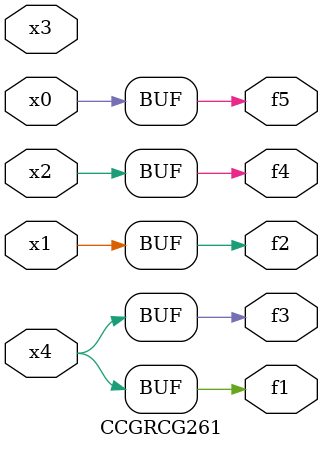
<source format=v>
module CCGRCG261(
	input x0, x1, x2, x3, x4,
	output f1, f2, f3, f4, f5
);
	assign f1 = x4;
	assign f2 = x1;
	assign f3 = x4;
	assign f4 = x2;
	assign f5 = x0;
endmodule

</source>
